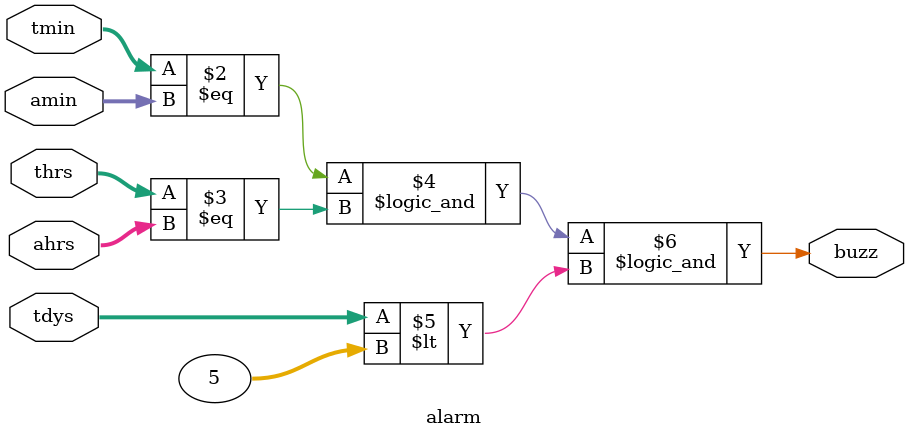
<source format=sv>
module alarm(
  input[6:0]   tmin,
               amin,
			   thrs,
			   tdys,
			   ahrs,						 
  output logic buzz
);

  always_comb
    buzz = tmin==amin && thrs==ahrs && tdys < 5;

endmodule
</source>
